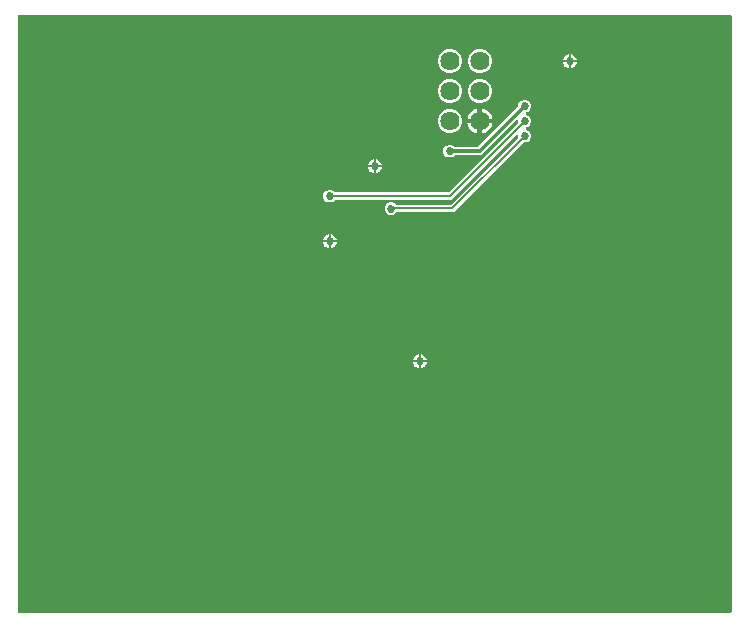
<source format=gbr>
G04 EAGLE Gerber RS-274X export*
G75*
%MOMM*%
%FSLAX34Y34*%
%LPD*%
%INBottom Copper*%
%IPPOS*%
%AMOC8*
5,1,8,0,0,1.08239X$1,22.5*%
G01*
%ADD10C,1.625600*%
%ADD11C,0.685800*%
%ADD12C,0.203200*%
%ADD13C,0.304800*%

G36*
X607324Y5394D02*
X607324Y5394D01*
X607383Y5392D01*
X607464Y5414D01*
X607548Y5425D01*
X607601Y5449D01*
X607658Y5464D01*
X607730Y5507D01*
X607807Y5542D01*
X607852Y5579D01*
X607902Y5609D01*
X607960Y5671D01*
X608024Y5725D01*
X608057Y5774D01*
X608097Y5817D01*
X608135Y5892D01*
X608182Y5962D01*
X608200Y6018D01*
X608226Y6070D01*
X608238Y6138D01*
X608268Y6233D01*
X608270Y6333D01*
X608282Y6401D01*
X608282Y510845D01*
X608273Y510903D01*
X608275Y510961D01*
X608254Y511043D01*
X608242Y511126D01*
X608218Y511180D01*
X608203Y511236D01*
X608160Y511309D01*
X608126Y511386D01*
X608088Y511430D01*
X608058Y511481D01*
X607996Y511538D01*
X607942Y511603D01*
X607893Y511635D01*
X607851Y511675D01*
X607776Y511714D01*
X607705Y511760D01*
X607649Y511778D01*
X607597Y511805D01*
X607529Y511816D01*
X607434Y511846D01*
X607334Y511849D01*
X607266Y511860D01*
X4978Y511860D01*
X4921Y511852D01*
X4862Y511853D01*
X4780Y511832D01*
X4697Y511820D01*
X4644Y511796D01*
X4587Y511782D01*
X4515Y511738D01*
X4437Y511704D01*
X4393Y511666D01*
X4343Y511636D01*
X4285Y511575D01*
X4220Y511520D01*
X4188Y511472D01*
X4148Y511429D01*
X4110Y511354D01*
X4063Y511284D01*
X4045Y511228D01*
X4019Y511176D01*
X4007Y511108D01*
X3977Y511013D01*
X3975Y510913D01*
X3963Y510845D01*
X3963Y6401D01*
X3971Y6343D01*
X3970Y6284D01*
X3991Y6203D01*
X4003Y6119D01*
X4027Y6066D01*
X4042Y6009D01*
X4085Y5937D01*
X4119Y5860D01*
X4157Y5815D01*
X4187Y5765D01*
X4248Y5707D01*
X4303Y5643D01*
X4352Y5610D01*
X4394Y5570D01*
X4469Y5532D01*
X4540Y5485D01*
X4595Y5468D01*
X4647Y5441D01*
X4715Y5430D01*
X4811Y5399D01*
X4910Y5397D01*
X4978Y5386D01*
X607266Y5386D01*
X607324Y5394D01*
G37*
%LPC*%
G36*
X318852Y342366D02*
X318852Y342366D01*
X316845Y343197D01*
X315308Y344734D01*
X314477Y346741D01*
X314477Y348914D01*
X315308Y350921D01*
X316845Y352458D01*
X318852Y353289D01*
X321025Y353289D01*
X323032Y352458D01*
X324215Y351275D01*
X324285Y351223D01*
X324348Y351163D01*
X324398Y351138D01*
X324442Y351104D01*
X324524Y351073D01*
X324602Y351033D01*
X324649Y351025D01*
X324708Y351003D01*
X324855Y350991D01*
X324933Y350978D01*
X370223Y350978D01*
X370310Y350990D01*
X370397Y350993D01*
X370450Y351010D01*
X370505Y351018D01*
X370585Y351053D01*
X370668Y351080D01*
X370707Y351108D01*
X370764Y351134D01*
X370878Y351230D01*
X370941Y351275D01*
X427463Y407797D01*
X427516Y407867D01*
X427576Y407931D01*
X427601Y407980D01*
X427634Y408024D01*
X427665Y408106D01*
X427705Y408184D01*
X427713Y408232D01*
X427735Y408290D01*
X427748Y408438D01*
X427761Y408515D01*
X427761Y409720D01*
X427757Y409750D01*
X427759Y409779D01*
X427737Y409890D01*
X427721Y410002D01*
X427709Y410029D01*
X427703Y410057D01*
X427651Y410158D01*
X427605Y410261D01*
X427586Y410284D01*
X427572Y410310D01*
X427494Y410392D01*
X427421Y410478D01*
X427397Y410495D01*
X427376Y410516D01*
X427279Y410573D01*
X427184Y410636D01*
X427156Y410645D01*
X427131Y410660D01*
X427022Y410688D01*
X426913Y410722D01*
X426884Y410723D01*
X426856Y410730D01*
X426742Y410726D01*
X426629Y410729D01*
X426601Y410722D01*
X426571Y410721D01*
X426464Y410686D01*
X426354Y410657D01*
X426329Y410642D01*
X426301Y410633D01*
X426237Y410588D01*
X426110Y410512D01*
X426067Y410466D01*
X426028Y410438D01*
X373069Y357479D01*
X370985Y355396D01*
X273218Y355396D01*
X273132Y355384D01*
X273044Y355381D01*
X272992Y355364D01*
X272937Y355356D01*
X272857Y355320D01*
X272774Y355294D01*
X272734Y355266D01*
X272677Y355240D01*
X272564Y355144D01*
X272500Y355099D01*
X271216Y353815D01*
X269209Y352983D01*
X267036Y352983D01*
X265029Y353815D01*
X263492Y355351D01*
X262661Y357358D01*
X262661Y359531D01*
X263492Y361539D01*
X265029Y363075D01*
X267036Y363907D01*
X269209Y363907D01*
X271216Y363075D01*
X272500Y361791D01*
X272570Y361738D01*
X272634Y361678D01*
X272683Y361653D01*
X272728Y361620D01*
X272809Y361589D01*
X272887Y361549D01*
X272935Y361541D01*
X272993Y361519D01*
X273141Y361506D01*
X273218Y361494D01*
X368039Y361494D01*
X368126Y361506D01*
X368213Y361509D01*
X368266Y361526D01*
X368321Y361533D01*
X368400Y361569D01*
X368484Y361596D01*
X368523Y361624D01*
X368580Y361650D01*
X368693Y361745D01*
X368757Y361791D01*
X427463Y420497D01*
X427516Y420567D01*
X427576Y420631D01*
X427601Y420680D01*
X427634Y420724D01*
X427665Y420806D01*
X427705Y420884D01*
X427713Y420932D01*
X427735Y420990D01*
X427748Y421138D01*
X427761Y421215D01*
X427761Y421702D01*
X427757Y421731D01*
X427759Y421760D01*
X427737Y421871D01*
X427721Y421984D01*
X427709Y422010D01*
X427703Y422039D01*
X427651Y422140D01*
X427605Y422243D01*
X427586Y422265D01*
X427572Y422291D01*
X427494Y422373D01*
X427421Y422460D01*
X427396Y422476D01*
X427376Y422497D01*
X427279Y422555D01*
X427184Y422618D01*
X427156Y422626D01*
X427131Y422641D01*
X427022Y422669D01*
X426913Y422703D01*
X426884Y422704D01*
X426856Y422711D01*
X426742Y422708D01*
X426629Y422711D01*
X426601Y422703D01*
X426571Y422702D01*
X426464Y422667D01*
X426354Y422639D01*
X426329Y422624D01*
X426301Y422615D01*
X426237Y422569D01*
X426110Y422494D01*
X426067Y422448D01*
X426028Y422420D01*
X398977Y395369D01*
X396596Y392988D01*
X374310Y392988D01*
X374224Y392976D01*
X374136Y392973D01*
X374084Y392956D01*
X374029Y392948D01*
X373949Y392912D01*
X373866Y392886D01*
X373826Y392858D01*
X373769Y392832D01*
X373656Y392736D01*
X373592Y392691D01*
X372816Y391915D01*
X370809Y391083D01*
X368636Y391083D01*
X366629Y391915D01*
X365092Y393451D01*
X364261Y395458D01*
X364261Y397631D01*
X365092Y399639D01*
X366629Y401175D01*
X368636Y402007D01*
X370809Y402007D01*
X372816Y401175D01*
X373592Y400399D01*
X373662Y400346D01*
X373726Y400286D01*
X373775Y400261D01*
X373820Y400228D01*
X373901Y400197D01*
X373979Y400157D01*
X374027Y400149D01*
X374085Y400127D01*
X374233Y400114D01*
X374310Y400102D01*
X393229Y400102D01*
X393315Y400114D01*
X393403Y400117D01*
X393455Y400134D01*
X393510Y400141D01*
X393590Y400177D01*
X393673Y400204D01*
X393712Y400232D01*
X393770Y400258D01*
X393883Y400353D01*
X393946Y400399D01*
X427463Y433916D01*
X427516Y433985D01*
X427576Y434049D01*
X427601Y434099D01*
X427634Y434143D01*
X427665Y434225D01*
X427705Y434303D01*
X427713Y434350D01*
X427735Y434409D01*
X427748Y434556D01*
X427761Y434634D01*
X427761Y435731D01*
X428592Y437739D01*
X430129Y439275D01*
X432136Y440107D01*
X434309Y440107D01*
X436316Y439275D01*
X437853Y437739D01*
X438684Y435731D01*
X438684Y433558D01*
X437853Y431551D01*
X436316Y430015D01*
X434429Y429233D01*
X434404Y429218D01*
X434376Y429209D01*
X434281Y429146D01*
X434184Y429088D01*
X434164Y429067D01*
X434139Y429051D01*
X434067Y428964D01*
X433989Y428882D01*
X433975Y428855D01*
X433956Y428833D01*
X433911Y428730D01*
X433859Y428629D01*
X433853Y428600D01*
X433841Y428573D01*
X433825Y428461D01*
X433804Y428350D01*
X433806Y428321D01*
X433802Y428292D01*
X433818Y428179D01*
X433828Y428067D01*
X433839Y428039D01*
X433843Y428010D01*
X433889Y427907D01*
X433930Y427801D01*
X433948Y427778D01*
X433960Y427751D01*
X434033Y427665D01*
X434102Y427575D01*
X434125Y427557D01*
X434144Y427535D01*
X434211Y427493D01*
X434329Y427405D01*
X434388Y427382D01*
X434429Y427357D01*
X436316Y426575D01*
X437853Y425039D01*
X438684Y423031D01*
X438684Y420858D01*
X437853Y418851D01*
X436316Y417315D01*
X434429Y416533D01*
X434404Y416518D01*
X434376Y416509D01*
X434281Y416446D01*
X434184Y416388D01*
X434164Y416367D01*
X434139Y416351D01*
X434067Y416264D01*
X433989Y416182D01*
X433975Y416155D01*
X433956Y416133D01*
X433910Y416029D01*
X433859Y415929D01*
X433853Y415900D01*
X433841Y415873D01*
X433825Y415761D01*
X433804Y415650D01*
X433806Y415621D01*
X433802Y415592D01*
X433818Y415479D01*
X433828Y415367D01*
X433839Y415339D01*
X433843Y415310D01*
X433890Y415207D01*
X433930Y415101D01*
X433948Y415078D01*
X433960Y415051D01*
X434033Y414965D01*
X434102Y414875D01*
X434125Y414857D01*
X434144Y414835D01*
X434211Y414793D01*
X434329Y414704D01*
X434388Y414682D01*
X434429Y414657D01*
X436316Y413875D01*
X437853Y412339D01*
X438684Y410331D01*
X438684Y408158D01*
X437853Y406151D01*
X436316Y404615D01*
X434309Y403783D01*
X432493Y403783D01*
X432406Y403771D01*
X432319Y403768D01*
X432266Y403751D01*
X432211Y403743D01*
X432131Y403707D01*
X432048Y403681D01*
X432009Y403653D01*
X431952Y403627D01*
X431839Y403531D01*
X431775Y403486D01*
X373170Y344880D01*
X325136Y344880D01*
X325049Y344868D01*
X324962Y344865D01*
X324909Y344848D01*
X324854Y344841D01*
X324775Y344805D01*
X324691Y344778D01*
X324652Y344750D01*
X324595Y344724D01*
X324482Y344628D01*
X324418Y344583D01*
X323032Y343197D01*
X321025Y342366D01*
X318852Y342366D01*
G37*
%LPD*%
%LPC*%
G36*
X393101Y462584D02*
X393101Y462584D01*
X389367Y464131D01*
X386509Y466989D01*
X384962Y470724D01*
X384962Y474766D01*
X386509Y478500D01*
X389367Y481359D01*
X393101Y482906D01*
X397143Y482906D01*
X400878Y481359D01*
X403736Y478500D01*
X405283Y474766D01*
X405283Y470724D01*
X403736Y466989D01*
X400878Y464131D01*
X397143Y462584D01*
X393101Y462584D01*
G37*
%LPD*%
%LPC*%
G36*
X367701Y462584D02*
X367701Y462584D01*
X363967Y464131D01*
X361109Y466989D01*
X359562Y470724D01*
X359562Y474766D01*
X361109Y478500D01*
X363967Y481359D01*
X367701Y482906D01*
X371743Y482906D01*
X375478Y481359D01*
X378336Y478500D01*
X379883Y474766D01*
X379883Y470724D01*
X378336Y466989D01*
X375478Y464131D01*
X371743Y462584D01*
X367701Y462584D01*
G37*
%LPD*%
%LPC*%
G36*
X393101Y437184D02*
X393101Y437184D01*
X389367Y438731D01*
X386509Y441589D01*
X384962Y445324D01*
X384962Y449366D01*
X386509Y453100D01*
X389367Y455959D01*
X393101Y457506D01*
X397143Y457506D01*
X400878Y455959D01*
X403736Y453100D01*
X405283Y449366D01*
X405283Y445324D01*
X403736Y441589D01*
X400878Y438731D01*
X397143Y437184D01*
X393101Y437184D01*
G37*
%LPD*%
%LPC*%
G36*
X367701Y437184D02*
X367701Y437184D01*
X363967Y438731D01*
X361109Y441589D01*
X359562Y445324D01*
X359562Y449366D01*
X361109Y453100D01*
X363967Y455959D01*
X367701Y457506D01*
X371743Y457506D01*
X375478Y455959D01*
X378336Y453100D01*
X379883Y449366D01*
X379883Y445324D01*
X378336Y441589D01*
X375478Y438731D01*
X371743Y437184D01*
X367701Y437184D01*
G37*
%LPD*%
%LPC*%
G36*
X367701Y411784D02*
X367701Y411784D01*
X363967Y413331D01*
X361109Y416189D01*
X359562Y419924D01*
X359562Y423966D01*
X361109Y427700D01*
X363967Y430559D01*
X367701Y432106D01*
X371743Y432106D01*
X375478Y430559D01*
X378336Y427700D01*
X379883Y423966D01*
X379883Y419924D01*
X378336Y416189D01*
X375478Y413331D01*
X371743Y411784D01*
X367701Y411784D01*
G37*
%LPD*%
%LPC*%
G36*
X397154Y423976D02*
X397154Y423976D01*
X397154Y432425D01*
X397621Y432351D01*
X399218Y431832D01*
X400714Y431070D01*
X402073Y430082D01*
X403260Y428895D01*
X404247Y427536D01*
X405010Y426040D01*
X405528Y424443D01*
X405602Y423976D01*
X397154Y423976D01*
G37*
%LPD*%
%LPC*%
G36*
X384642Y423976D02*
X384642Y423976D01*
X384716Y424443D01*
X385235Y426040D01*
X385998Y427536D01*
X386985Y428895D01*
X388172Y430082D01*
X389531Y431070D01*
X391027Y431832D01*
X392624Y432351D01*
X393091Y432425D01*
X393091Y423976D01*
X384642Y423976D01*
G37*
%LPD*%
%LPC*%
G36*
X397154Y419914D02*
X397154Y419914D01*
X405602Y419914D01*
X405528Y419447D01*
X405010Y417849D01*
X404247Y416353D01*
X403260Y414994D01*
X402073Y413807D01*
X400714Y412820D01*
X399218Y412058D01*
X397621Y411539D01*
X397154Y411465D01*
X397154Y419914D01*
G37*
%LPD*%
%LPC*%
G36*
X392624Y411539D02*
X392624Y411539D01*
X391027Y412058D01*
X389531Y412820D01*
X388172Y413807D01*
X386985Y414994D01*
X385998Y416353D01*
X385235Y417849D01*
X384716Y419447D01*
X384642Y419914D01*
X393091Y419914D01*
X393091Y411465D01*
X392624Y411539D01*
G37*
%LPD*%
%LPC*%
G36*
X472338Y473760D02*
X472338Y473760D01*
X472338Y478629D01*
X473064Y478485D01*
X474150Y478035D01*
X475128Y477382D01*
X475959Y476550D01*
X476613Y475572D01*
X477063Y474486D01*
X477207Y473760D01*
X472338Y473760D01*
G37*
%LPD*%
%LPC*%
G36*
X307238Y384860D02*
X307238Y384860D01*
X307238Y389729D01*
X307964Y389585D01*
X309050Y389135D01*
X310028Y388482D01*
X310859Y387650D01*
X311513Y386672D01*
X311963Y385586D01*
X312107Y384860D01*
X307238Y384860D01*
G37*
%LPD*%
%LPC*%
G36*
X269138Y321360D02*
X269138Y321360D01*
X269138Y326229D01*
X269864Y326085D01*
X270950Y325635D01*
X271928Y324982D01*
X272759Y324150D01*
X273413Y323172D01*
X273863Y322086D01*
X274007Y321360D01*
X269138Y321360D01*
G37*
%LPD*%
%LPC*%
G36*
X345338Y219760D02*
X345338Y219760D01*
X345338Y224629D01*
X346064Y224485D01*
X347150Y224035D01*
X348128Y223382D01*
X348959Y222550D01*
X349613Y221572D01*
X350063Y220486D01*
X350207Y219760D01*
X345338Y219760D01*
G37*
%LPD*%
%LPC*%
G36*
X465438Y473760D02*
X465438Y473760D01*
X465582Y474486D01*
X466032Y475572D01*
X466685Y476550D01*
X467517Y477382D01*
X468495Y478035D01*
X469581Y478485D01*
X470307Y478629D01*
X470307Y473760D01*
X465438Y473760D01*
G37*
%LPD*%
%LPC*%
G36*
X472338Y471729D02*
X472338Y471729D01*
X477207Y471729D01*
X477063Y471003D01*
X476613Y469917D01*
X475959Y468939D01*
X475128Y468108D01*
X474150Y467454D01*
X473064Y467004D01*
X472338Y466860D01*
X472338Y471729D01*
G37*
%LPD*%
%LPC*%
G36*
X300338Y384860D02*
X300338Y384860D01*
X300482Y385586D01*
X300932Y386672D01*
X301585Y387650D01*
X302417Y388482D01*
X303395Y389135D01*
X304481Y389585D01*
X305207Y389729D01*
X305207Y384860D01*
X300338Y384860D01*
G37*
%LPD*%
%LPC*%
G36*
X307238Y382829D02*
X307238Y382829D01*
X312107Y382829D01*
X311963Y382103D01*
X311513Y381017D01*
X310859Y380039D01*
X310028Y379208D01*
X309050Y378554D01*
X307964Y378104D01*
X307238Y377960D01*
X307238Y382829D01*
G37*
%LPD*%
%LPC*%
G36*
X262238Y321360D02*
X262238Y321360D01*
X262382Y322086D01*
X262832Y323172D01*
X263485Y324150D01*
X264317Y324982D01*
X265295Y325635D01*
X266381Y326085D01*
X267107Y326229D01*
X267107Y321360D01*
X262238Y321360D01*
G37*
%LPD*%
%LPC*%
G36*
X269138Y319329D02*
X269138Y319329D01*
X274007Y319329D01*
X273863Y318603D01*
X273413Y317517D01*
X272759Y316539D01*
X271928Y315708D01*
X270950Y315054D01*
X269864Y314604D01*
X269138Y314460D01*
X269138Y319329D01*
G37*
%LPD*%
%LPC*%
G36*
X338438Y219760D02*
X338438Y219760D01*
X338582Y220486D01*
X339032Y221572D01*
X339685Y222550D01*
X340517Y223382D01*
X341495Y224035D01*
X342581Y224485D01*
X343307Y224629D01*
X343307Y219760D01*
X338438Y219760D01*
G37*
%LPD*%
%LPC*%
G36*
X345338Y217729D02*
X345338Y217729D01*
X350207Y217729D01*
X350063Y217003D01*
X349613Y215917D01*
X348959Y214939D01*
X348128Y214108D01*
X347150Y213454D01*
X346064Y213004D01*
X345338Y212860D01*
X345338Y217729D01*
G37*
%LPD*%
%LPC*%
G36*
X469581Y467004D02*
X469581Y467004D01*
X468495Y467454D01*
X467517Y468108D01*
X466685Y468939D01*
X466032Y469917D01*
X465582Y471003D01*
X465438Y471729D01*
X470307Y471729D01*
X470307Y466860D01*
X469581Y467004D01*
G37*
%LPD*%
%LPC*%
G36*
X304481Y378104D02*
X304481Y378104D01*
X303395Y378554D01*
X302417Y379208D01*
X301585Y380039D01*
X300932Y381017D01*
X300482Y382103D01*
X300338Y382829D01*
X305207Y382829D01*
X305207Y377960D01*
X304481Y378104D01*
G37*
%LPD*%
%LPC*%
G36*
X266381Y314604D02*
X266381Y314604D01*
X265295Y315054D01*
X264317Y315708D01*
X263485Y316539D01*
X262832Y317517D01*
X262382Y318603D01*
X262238Y319329D01*
X267107Y319329D01*
X267107Y314460D01*
X266381Y314604D01*
G37*
%LPD*%
%LPC*%
G36*
X342581Y213004D02*
X342581Y213004D01*
X341495Y213454D01*
X340517Y214108D01*
X339685Y214939D01*
X339032Y215917D01*
X338582Y217003D01*
X338438Y217729D01*
X343307Y217729D01*
X343307Y212860D01*
X342581Y213004D01*
G37*
%LPD*%
%LPC*%
G36*
X395122Y421944D02*
X395122Y421944D01*
X395122Y421946D01*
X395123Y421946D01*
X395123Y421944D01*
X395122Y421944D01*
G37*
%LPD*%
D10*
X369722Y447345D03*
X395122Y447345D03*
X395122Y472745D03*
X369722Y472745D03*
X369722Y421945D03*
X395122Y421945D03*
D11*
X433222Y409245D03*
D12*
X371907Y347929D01*
X320040Y347929D01*
X319938Y347828D01*
D11*
X319938Y347828D03*
X433222Y421945D03*
D12*
X369722Y358445D01*
X268122Y358445D01*
D11*
X268122Y358445D03*
X471322Y472745D03*
X344322Y218745D03*
X268122Y320345D03*
X306222Y383845D03*
X369722Y396545D03*
D13*
X395122Y396545D02*
X433222Y434645D01*
X395122Y396545D02*
X369722Y396545D01*
D11*
X433222Y434645D03*
M02*

</source>
